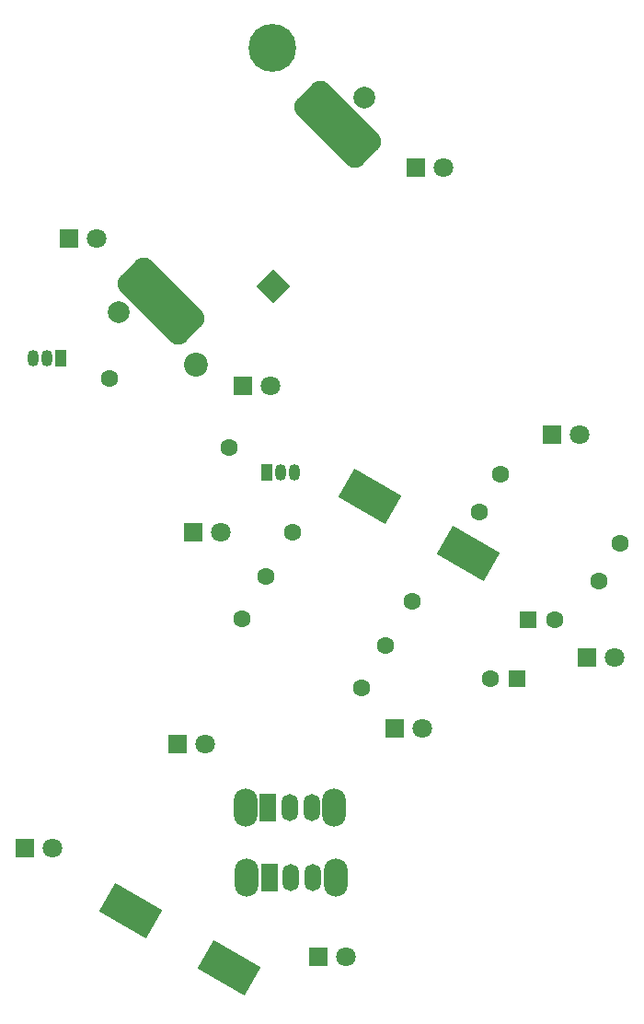
<source format=gbr>
%TF.GenerationSoftware,KiCad,Pcbnew,(6.0.11)*%
%TF.CreationDate,2023-03-05T17:51:38+00:00*%
%TF.ProjectId,easter,65617374-6572-42e6-9b69-6361645f7063,rev?*%
%TF.SameCoordinates,Original*%
%TF.FileFunction,Soldermask,Top*%
%TF.FilePolarity,Negative*%
%FSLAX46Y46*%
G04 Gerber Fmt 4.6, Leading zero omitted, Abs format (unit mm)*
G04 Created by KiCad (PCBNEW (6.0.11)) date 2023-03-05 17:51:38*
%MOMM*%
%LPD*%
G01*
G04 APERTURE LIST*
G04 Aperture macros list*
%AMRoundRect*
0 Rectangle with rounded corners*
0 $1 Rounding radius*
0 $2 $3 $4 $5 $6 $7 $8 $9 X,Y pos of 4 corners*
0 Add a 4 corners polygon primitive as box body*
4,1,4,$2,$3,$4,$5,$6,$7,$8,$9,$2,$3,0*
0 Add four circle primitives for the rounded corners*
1,1,$1+$1,$2,$3*
1,1,$1+$1,$4,$5*
1,1,$1+$1,$6,$7*
1,1,$1+$1,$8,$9*
0 Add four rect primitives between the rounded corners*
20,1,$1+$1,$2,$3,$4,$5,0*
20,1,$1+$1,$4,$5,$6,$7,0*
20,1,$1+$1,$6,$7,$8,$9,0*
20,1,$1+$1,$8,$9,$2,$3,0*%
%AMHorizOval*
0 Thick line with rounded ends*
0 $1 width*
0 $2 $3 position (X,Y) of the first rounded end (center of the circle)*
0 $4 $5 position (X,Y) of the second rounded end (center of the circle)*
0 Add line between two ends*
20,1,$1,$2,$3,$4,$5,0*
0 Add two circle primitives to create the rounded ends*
1,1,$1,$2,$3*
1,1,$1,$4,$5*%
%AMRotRect*
0 Rectangle, with rotation*
0 The origin of the aperture is its center*
0 $1 length*
0 $2 width*
0 $3 Rotation angle, in degrees counterclockwise*
0 Add horizontal line*
21,1,$1,$2,0,0,$3*%
G04 Aperture macros list end*
%ADD10R,1.800000X1.800000*%
%ADD11C,1.800000*%
%ADD12C,4.400000*%
%ADD13C,1.600000*%
%ADD14HorizOval,1.600000X0.000000X0.000000X0.000000X0.000000X0*%
%ADD15O,2.200000X3.500000*%
%ADD16R,1.500000X2.500000*%
%ADD17O,1.500000X2.500000*%
%ADD18RoundRect,1.000000X1.590990X-3.005204X3.005204X-1.590990X-1.590990X3.005204X-3.005204X1.590990X0*%
%ADD19R,1.050000X1.500000*%
%ADD20O,1.050000X1.500000*%
%ADD21C,2.000000*%
%ADD22RotRect,3.000000X5.000000X60.000000*%
%ADD23HorizOval,1.600000X0.000000X0.000000X0.000000X0.000000X0*%
%ADD24R,1.600000X1.600000*%
%ADD25RotRect,3.000000X5.000000X240.000000*%
%ADD26RotRect,2.200000X2.200000X225.000000*%
%ADD27HorizOval,2.200000X0.000000X0.000000X0.000000X0.000000X0*%
G04 APERTURE END LIST*
D10*
%TO.C,D5*%
X149215000Y-66500000D03*
D11*
X151755000Y-66500000D03*
%TD*%
D10*
%TO.C,D8*%
X152460000Y-87000000D03*
D11*
X155000000Y-87000000D03*
%TD*%
D10*
%TO.C,D7*%
X127670000Y-114500000D03*
D11*
X130210000Y-114500000D03*
%TD*%
D12*
%TO.C,H1*%
X123500000Y-31000000D03*
%TD*%
D13*
%TO.C,R6*%
X133900000Y-85950000D03*
D14*
X122901477Y-79600000D03*
%TD*%
D10*
%TO.C,D9*%
X114725000Y-95000000D03*
D11*
X117265000Y-95000000D03*
%TD*%
D10*
%TO.C,D6*%
X100725000Y-104500000D03*
D11*
X103265000Y-104500000D03*
%TD*%
D15*
%TO.C,SW1*%
X120980000Y-100785000D03*
X129180000Y-100785000D03*
D16*
X123080000Y-100785000D03*
D17*
X125080000Y-100785000D03*
X127080000Y-100785000D03*
%TD*%
D15*
%TO.C,SW3*%
X121080000Y-107285000D03*
X129280000Y-107285000D03*
D16*
X123180000Y-107285000D03*
D17*
X125180000Y-107285000D03*
X127180000Y-107285000D03*
%TD*%
D10*
%TO.C,D10*%
X134725000Y-93500000D03*
D11*
X137265000Y-93500000D03*
%TD*%
D10*
%TO.C,D4*%
X120725000Y-62000000D03*
D11*
X123265000Y-62000000D03*
%TD*%
D13*
%TO.C,R5*%
X131649997Y-89847115D03*
D14*
X120651474Y-83497115D03*
%TD*%
D18*
%TO.C,SC1*%
X113236544Y-54263456D03*
X129500000Y-38000000D03*
%TD*%
D10*
%TO.C,D3*%
X136715000Y-42000000D03*
D11*
X139255000Y-42000000D03*
%TD*%
D13*
%TO.C,R1*%
X136350000Y-81850000D03*
D14*
X125351477Y-75500000D03*
%TD*%
D10*
%TO.C,D2*%
X104725000Y-48500000D03*
D11*
X107265000Y-48500000D03*
%TD*%
D10*
%TO.C,D11*%
X116225000Y-75500000D03*
D11*
X118765000Y-75500000D03*
%TD*%
D19*
%TO.C,Q2*%
X104000000Y-59500000D03*
D20*
X102730000Y-59500000D03*
X101460000Y-59500000D03*
%TD*%
D21*
%TO.C,TP2*%
X131900000Y-35550000D03*
%TD*%
D22*
%TO.C,BT1*%
X119500000Y-115552559D03*
X141500000Y-77447441D03*
%TD*%
D13*
%TO.C,R4*%
X108500739Y-61325000D03*
D23*
X119499262Y-67675000D03*
%TD*%
D13*
%TO.C,R3*%
X155500000Y-76500000D03*
D14*
X144501477Y-70150000D03*
%TD*%
D21*
%TO.C,TP1*%
X109350000Y-55250000D03*
%TD*%
D24*
%TO.C,SW2*%
X147000000Y-83500000D03*
D13*
X149500000Y-83500000D03*
%TD*%
%TO.C,R2*%
X153500000Y-79964102D03*
D14*
X142501477Y-73614102D03*
%TD*%
D25*
%TO.C,BT2*%
X132406734Y-72197441D03*
X110406734Y-110302559D03*
%TD*%
D26*
%TO.C,D1*%
X123592103Y-52907898D03*
D27*
X116407898Y-60092103D03*
%TD*%
D19*
%TO.C,Q1*%
X123000000Y-70000000D03*
D20*
X124270000Y-70000000D03*
X125540000Y-70000000D03*
%TD*%
D24*
%TO.C,C1*%
X146000000Y-89000000D03*
D13*
X143500000Y-89000000D03*
%TD*%
M02*

</source>
